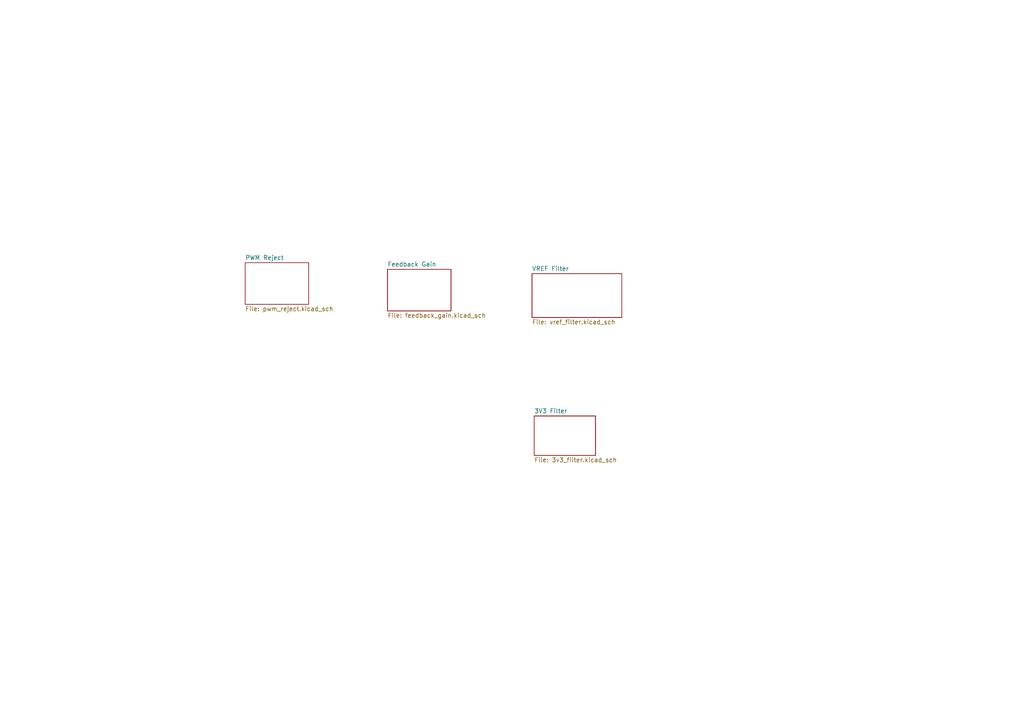
<source format=kicad_sch>
(kicad_sch
	(version 20231120)
	(generator "eeschema")
	(generator_version "8.0")
	(uuid "8bde1ad1-07df-47e7-8106-4608756be5c6")
	(paper "A4")
	(lib_symbols)
	(sheet
		(at 71.12 76.2)
		(size 18.415 12.065)
		(fields_autoplaced yes)
		(stroke
			(width 0.1524)
			(type solid)
		)
		(fill
			(color 0 0 0 0.0000)
		)
		(uuid "1810f7b4-9690-4e6f-aa97-131b79d5bdea")
		(property "Sheetname" "PWM Reject"
			(at 71.12 75.4884 0)
			(effects
				(font
					(size 1.27 1.27)
				)
				(justify left bottom)
			)
		)
		(property "Sheetfile" "pwm_reject.kicad_sch"
			(at 71.12 88.8496 0)
			(effects
				(font
					(size 1.27 1.27)
				)
				(justify left top)
			)
		)
		(property "Field2" ""
			(at 71.12 76.2 0)
			(effects
				(font
					(size 1.27 1.27)
				)
				(hide yes)
			)
		)
		(instances
			(project "sim"
				(path "/8bde1ad1-07df-47e7-8106-4608756be5c6"
					(page "2")
				)
			)
		)
	)
	(sheet
		(at 154.94 120.65)
		(size 17.78 11.43)
		(fields_autoplaced yes)
		(stroke
			(width 0.1524)
			(type solid)
		)
		(fill
			(color 0 0 0 0.0000)
		)
		(uuid "1844c7cd-363a-4f09-b00a-cfc83a98bc2a")
		(property "Sheetname" "3V3 Filter"
			(at 154.94 119.9384 0)
			(effects
				(font
					(size 1.27 1.27)
				)
				(justify left bottom)
			)
		)
		(property "Sheetfile" "3v3_filter.kicad_sch"
			(at 154.94 132.6646 0)
			(effects
				(font
					(size 1.27 1.27)
				)
				(justify left top)
			)
		)
		(instances
			(project "sim"
				(path "/8bde1ad1-07df-47e7-8106-4608756be5c6"
					(page "5")
				)
			)
		)
	)
	(sheet
		(at 154.305 79.375)
		(size 26.035 12.7)
		(fields_autoplaced yes)
		(stroke
			(width 0.1524)
			(type solid)
		)
		(fill
			(color 0 0 0 0.0000)
		)
		(uuid "4ed82a25-3e60-41c1-a9de-a74480b63f66")
		(property "Sheetname" "VREF Filter"
			(at 154.305 78.6634 0)
			(effects
				(font
					(size 1.27 1.27)
				)
				(justify left bottom)
			)
		)
		(property "Sheetfile" "vref_filter.kicad_sch"
			(at 154.305 92.6596 0)
			(effects
				(font
					(size 1.27 1.27)
				)
				(justify left top)
			)
		)
		(instances
			(project "sim"
				(path "/8bde1ad1-07df-47e7-8106-4608756be5c6"
					(page "4")
				)
			)
		)
	)
	(sheet
		(at 112.395 78.105)
		(size 18.415 12.065)
		(fields_autoplaced yes)
		(stroke
			(width 0.1524)
			(type solid)
		)
		(fill
			(color 0 0 0 0.0000)
		)
		(uuid "89ad02c0-5c8d-465d-a3e5-aeee7b03971a")
		(property "Sheetname" "Feedback Gain"
			(at 112.395 77.3934 0)
			(effects
				(font
					(size 1.27 1.27)
				)
				(justify left bottom)
			)
		)
		(property "Sheetfile" "feedback_gain.kicad_sch"
			(at 112.395 90.7546 0)
			(effects
				(font
					(size 1.27 1.27)
				)
				(justify left top)
			)
		)
		(instances
			(project "sim"
				(path "/8bde1ad1-07df-47e7-8106-4608756be5c6"
					(page "3")
				)
			)
		)
	)
	(sheet_instances
		(path "/"
			(page "1")
		)
	)
)

</source>
